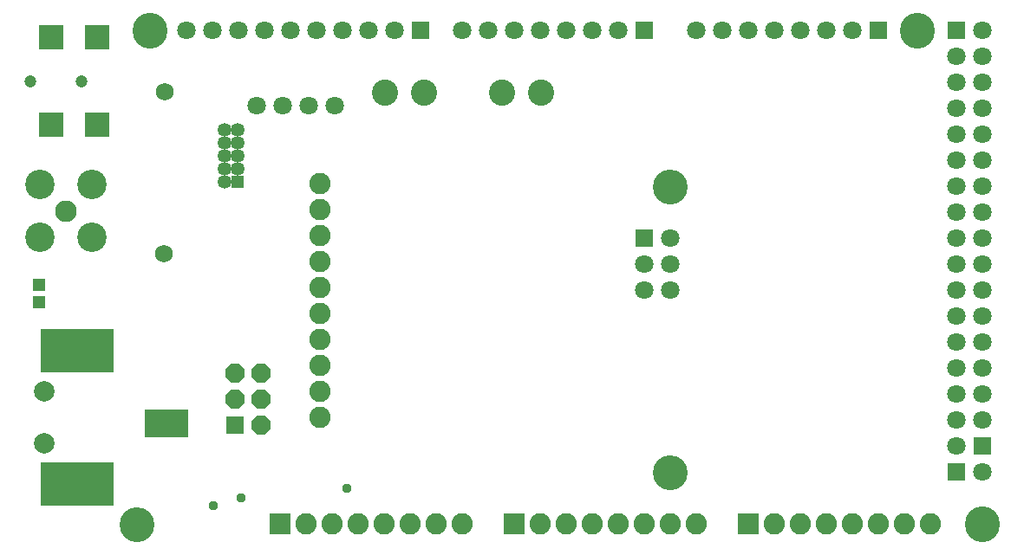
<source format=gbr>
G04 EAGLE Gerber RS-274X export*
G75*
%MOMM*%
%FSLAX34Y34*%
%LPD*%
%INSoldermask Top*%
%IPPOS*%
%AMOC8*
5,1,8,0,0,1.08239X$1,22.5*%
G01*
%ADD10C,3.403600*%
%ADD11R,2.082800X2.082800*%
%ADD12C,2.082800*%
%ADD13R,1.803400X1.803400*%
%ADD14C,1.803400*%
%ADD15C,3.403200*%
%ADD16C,1.346200*%
%ADD17R,1.311200X1.311200*%
%ADD18P,1.951982X8X22.500000*%
%ADD19R,4.203200X2.703200*%
%ADD20R,7.203200X4.203200*%
%ADD21C,2.003200*%
%ADD22C,2.558200*%
%ADD23R,1.203200X1.303200*%
%ADD24C,2.108200*%
%ADD25C,2.870200*%
%ADD26R,2.403200X2.403200*%
%ADD27C,1.203200*%
%ADD28C,0.959600*%
%ADD29C,1.727200*%


D10*
X481330Y734060D03*
X1230630Y734060D03*
X1294130Y251460D03*
D11*
X836930Y251460D03*
D12*
X862330Y251460D03*
X887730Y251460D03*
X913130Y251460D03*
X938530Y251460D03*
X963930Y251460D03*
X989330Y251460D03*
X1014730Y251460D03*
X684530Y251460D03*
X709930Y251460D03*
X735330Y251460D03*
X760730Y251460D03*
X786130Y251460D03*
D11*
X1065530Y251460D03*
D12*
X1090930Y251460D03*
X1116330Y251460D03*
X1141730Y251460D03*
X1167130Y251460D03*
X1192530Y251460D03*
X1217930Y251460D03*
X1243330Y251460D03*
D13*
X1294130Y327660D03*
D14*
X1268730Y327660D03*
X1294130Y353060D03*
X1268730Y353060D03*
X1294130Y378460D03*
X1268730Y378460D03*
X1294130Y403860D03*
X1268730Y403860D03*
X1294130Y429260D03*
X1268730Y429260D03*
X1294130Y454660D03*
X1268730Y454660D03*
X1294130Y480060D03*
X1268730Y480060D03*
X1294130Y505460D03*
X1268730Y505460D03*
X1294130Y530860D03*
X1268730Y530860D03*
X1294130Y556260D03*
X1268730Y556260D03*
X1294130Y581660D03*
X1268730Y581660D03*
X1294130Y607060D03*
X1268730Y607060D03*
X1294130Y632460D03*
X1268730Y632460D03*
X1294130Y657860D03*
X1268730Y657860D03*
X1294130Y683260D03*
X1268730Y683260D03*
X1294130Y708660D03*
X1268730Y708660D03*
D13*
X1192530Y734060D03*
D14*
X1167130Y734060D03*
X1141730Y734060D03*
X1116330Y734060D03*
X1090930Y734060D03*
X1065530Y734060D03*
X1040130Y734060D03*
X1014730Y734060D03*
D13*
X963930Y530860D03*
D14*
X963930Y505460D03*
X963930Y480060D03*
X989330Y530860D03*
X989330Y505460D03*
X989330Y480060D03*
D13*
X1268730Y734060D03*
D14*
X1294130Y734060D03*
D13*
X1268730Y302260D03*
D14*
X1294130Y302260D03*
D15*
X1294384Y250952D03*
X481584Y733552D03*
X1230884Y733552D03*
X468884Y250952D03*
X989584Y581152D03*
X989584Y301752D03*
D13*
X963930Y734060D03*
D14*
X938530Y734060D03*
X913130Y734060D03*
X887730Y734060D03*
X862330Y734060D03*
X836930Y734060D03*
X811530Y734060D03*
X786130Y734060D03*
D13*
X745490Y734060D03*
D14*
X720090Y734060D03*
X694690Y734060D03*
X669290Y734060D03*
X643890Y734060D03*
X618490Y734060D03*
X593090Y734060D03*
X567690Y734060D03*
X542290Y734060D03*
X516890Y734060D03*
D16*
X554393Y636342D03*
X554393Y623642D03*
X567093Y623642D03*
X567093Y636342D03*
X554393Y610942D03*
X567093Y610942D03*
X554393Y598242D03*
X567093Y598242D03*
X554393Y585542D03*
D17*
X567093Y585542D03*
D14*
X661807Y660626D03*
X636407Y660626D03*
X611007Y660626D03*
X585607Y660626D03*
D18*
X564040Y398660D03*
X564040Y373260D03*
D13*
X564040Y347860D03*
D18*
X589440Y398660D03*
X589440Y373260D03*
X589440Y347860D03*
D11*
X608260Y251330D03*
D12*
X633660Y251330D03*
X659130Y251450D03*
D19*
X497900Y349600D03*
D20*
X410400Y420600D03*
X410400Y290600D03*
D21*
X377900Y380600D03*
X377900Y330600D03*
D22*
X863600Y673100D03*
X825500Y673100D03*
X749300Y673100D03*
X711200Y673100D03*
D12*
X647700Y355600D03*
X647700Y381000D03*
X647700Y406400D03*
X647700Y431800D03*
X647700Y457200D03*
X647700Y482600D03*
X647700Y508000D03*
X647700Y533400D03*
X647700Y558800D03*
X647700Y584200D03*
D23*
X372872Y468004D03*
X372872Y485004D03*
D24*
X399288Y557530D03*
D25*
X424787Y532031D03*
X373789Y532031D03*
X373789Y583029D03*
X424787Y583029D03*
D26*
X429758Y727530D03*
X384758Y727530D03*
X384758Y641530D03*
X429758Y641530D03*
D27*
X364758Y684530D03*
X414758Y684530D03*
D28*
X673354Y286258D03*
X570386Y277114D03*
D29*
X496062Y673608D03*
X494792Y515620D03*
D28*
X543460Y268986D03*
M02*

</source>
